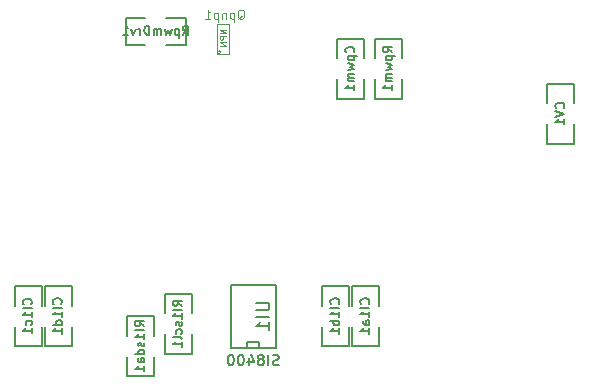
<source format=gbo>
G04 (created by PCBNEW (22-Jun-2014 BZR 4027)-stable) date Wed 30 Jul 2014 13:09:56 NZST*
%MOIN*%
G04 Gerber Fmt 3.4, Leading zero omitted, Abs format*
%FSLAX34Y34*%
G01*
G70*
G90*
G04 APERTURE LIST*
%ADD10C,0.00590551*%
%ADD11C,0.005*%
%ADD12C,0.0031*%
%ADD13C,0.006*%
%ADD14C,0.0047*%
%ADD15C,0.0039*%
G04 APERTURE END LIST*
G54D10*
G54D11*
X80800Y-64050D02*
X80750Y-64050D01*
X80750Y-64050D02*
X80750Y-61950D01*
X82250Y-61950D02*
X82250Y-64050D01*
X82250Y-64050D02*
X80800Y-64050D01*
X81700Y-64050D02*
X81700Y-63850D01*
X81700Y-63850D02*
X81300Y-63850D01*
X81300Y-63850D02*
X81300Y-64050D01*
X82250Y-61950D02*
X80750Y-61950D01*
X75450Y-64000D02*
X74550Y-64000D01*
X74550Y-64000D02*
X74550Y-63350D01*
X75450Y-62650D02*
X75450Y-62000D01*
X75450Y-62000D02*
X74550Y-62000D01*
X74550Y-62000D02*
X74550Y-62650D01*
X75450Y-63350D02*
X75450Y-64000D01*
X74450Y-64000D02*
X73550Y-64000D01*
X73550Y-64000D02*
X73550Y-63350D01*
X74450Y-62650D02*
X74450Y-62000D01*
X74450Y-62000D02*
X73550Y-62000D01*
X73550Y-62000D02*
X73550Y-62650D01*
X74450Y-63350D02*
X74450Y-64000D01*
X84700Y-64000D02*
X83800Y-64000D01*
X83800Y-64000D02*
X83800Y-63350D01*
X84700Y-62650D02*
X84700Y-62000D01*
X84700Y-62000D02*
X83800Y-62000D01*
X83800Y-62000D02*
X83800Y-62650D01*
X84700Y-63350D02*
X84700Y-64000D01*
X85700Y-64000D02*
X84800Y-64000D01*
X84800Y-64000D02*
X84800Y-63350D01*
X85700Y-62650D02*
X85700Y-62000D01*
X85700Y-62000D02*
X84800Y-62000D01*
X84800Y-62000D02*
X84800Y-62650D01*
X85700Y-63350D02*
X85700Y-64000D01*
G54D12*
X80424Y-54213D02*
G75*
G03X80424Y-54213I-62J0D01*
G74*
G01*
X80700Y-53250D02*
X80300Y-53250D01*
X80700Y-54275D02*
X80300Y-54275D01*
X80300Y-53250D02*
X80300Y-54275D01*
X80700Y-54275D02*
X80700Y-53250D01*
G54D11*
X77250Y-53950D02*
X77250Y-53050D01*
X77250Y-53050D02*
X77900Y-53050D01*
X78600Y-53950D02*
X79250Y-53950D01*
X79250Y-53950D02*
X79250Y-53050D01*
X79250Y-53050D02*
X78600Y-53050D01*
X77900Y-53950D02*
X77250Y-53950D01*
X91300Y-55250D02*
X92200Y-55250D01*
X92200Y-55250D02*
X92200Y-55900D01*
X91300Y-56600D02*
X91300Y-57250D01*
X91300Y-57250D02*
X92200Y-57250D01*
X92200Y-57250D02*
X92200Y-56600D01*
X91300Y-55900D02*
X91300Y-55250D01*
X84300Y-53750D02*
X85200Y-53750D01*
X85200Y-53750D02*
X85200Y-54400D01*
X84300Y-55100D02*
X84300Y-55750D01*
X84300Y-55750D02*
X85200Y-55750D01*
X85200Y-55750D02*
X85200Y-55100D01*
X84300Y-54400D02*
X84300Y-53750D01*
X85550Y-53750D02*
X86450Y-53750D01*
X86450Y-53750D02*
X86450Y-54400D01*
X85550Y-55100D02*
X85550Y-55750D01*
X85550Y-55750D02*
X86450Y-55750D01*
X86450Y-55750D02*
X86450Y-55100D01*
X85550Y-54400D02*
X85550Y-53750D01*
X79450Y-64250D02*
X78550Y-64250D01*
X78550Y-64250D02*
X78550Y-63600D01*
X79450Y-62900D02*
X79450Y-62250D01*
X79450Y-62250D02*
X78550Y-62250D01*
X78550Y-62250D02*
X78550Y-62900D01*
X79450Y-63600D02*
X79450Y-64250D01*
X78200Y-65000D02*
X77300Y-65000D01*
X77300Y-65000D02*
X77300Y-64350D01*
X78200Y-63650D02*
X78200Y-63000D01*
X78200Y-63000D02*
X77300Y-63000D01*
X77300Y-63000D02*
X77300Y-63650D01*
X78200Y-64350D02*
X78200Y-65000D01*
G54D13*
X81582Y-62550D02*
X81946Y-62550D01*
X81989Y-62571D01*
X82010Y-62592D01*
X82032Y-62635D01*
X82032Y-62721D01*
X82010Y-62764D01*
X81989Y-62785D01*
X81946Y-62807D01*
X81582Y-62807D01*
X82032Y-63021D02*
X81582Y-63021D01*
X82032Y-63471D02*
X82032Y-63214D01*
X82032Y-63342D02*
X81582Y-63342D01*
X81646Y-63300D01*
X81689Y-63257D01*
X81710Y-63214D01*
X82350Y-64625D02*
X82300Y-64641D01*
X82216Y-64641D01*
X82183Y-64625D01*
X82166Y-64608D01*
X82150Y-64575D01*
X82150Y-64541D01*
X82166Y-64508D01*
X82183Y-64491D01*
X82216Y-64475D01*
X82283Y-64458D01*
X82316Y-64441D01*
X82333Y-64425D01*
X82350Y-64391D01*
X82350Y-64358D01*
X82333Y-64325D01*
X82316Y-64308D01*
X82283Y-64291D01*
X82200Y-64291D01*
X82150Y-64308D01*
X82000Y-64641D02*
X82000Y-64291D01*
X81783Y-64441D02*
X81816Y-64425D01*
X81833Y-64408D01*
X81850Y-64375D01*
X81850Y-64358D01*
X81833Y-64325D01*
X81816Y-64308D01*
X81783Y-64291D01*
X81716Y-64291D01*
X81683Y-64308D01*
X81666Y-64325D01*
X81650Y-64358D01*
X81650Y-64375D01*
X81666Y-64408D01*
X81683Y-64425D01*
X81716Y-64441D01*
X81783Y-64441D01*
X81816Y-64458D01*
X81833Y-64475D01*
X81850Y-64508D01*
X81850Y-64575D01*
X81833Y-64608D01*
X81816Y-64625D01*
X81783Y-64641D01*
X81716Y-64641D01*
X81683Y-64625D01*
X81666Y-64608D01*
X81650Y-64575D01*
X81650Y-64508D01*
X81666Y-64475D01*
X81683Y-64458D01*
X81716Y-64441D01*
X81350Y-64408D02*
X81350Y-64641D01*
X81433Y-64275D02*
X81516Y-64525D01*
X81300Y-64525D01*
X81100Y-64291D02*
X81066Y-64291D01*
X81033Y-64308D01*
X81016Y-64325D01*
X81000Y-64358D01*
X80983Y-64425D01*
X80983Y-64508D01*
X81000Y-64575D01*
X81016Y-64608D01*
X81033Y-64625D01*
X81066Y-64641D01*
X81100Y-64641D01*
X81133Y-64625D01*
X81150Y-64608D01*
X81166Y-64575D01*
X81183Y-64508D01*
X81183Y-64425D01*
X81166Y-64358D01*
X81150Y-64325D01*
X81133Y-64308D01*
X81100Y-64291D01*
X80766Y-64291D02*
X80733Y-64291D01*
X80700Y-64308D01*
X80683Y-64325D01*
X80666Y-64358D01*
X80650Y-64425D01*
X80650Y-64508D01*
X80666Y-64575D01*
X80683Y-64608D01*
X80700Y-64625D01*
X80733Y-64641D01*
X80766Y-64641D01*
X80800Y-64625D01*
X80816Y-64608D01*
X80833Y-64575D01*
X80850Y-64508D01*
X80850Y-64425D01*
X80833Y-64358D01*
X80816Y-64325D01*
X80800Y-64308D01*
X80766Y-64291D01*
G54D11*
X75092Y-62600D02*
X75107Y-62585D01*
X75121Y-62542D01*
X75121Y-62514D01*
X75107Y-62471D01*
X75078Y-62442D01*
X75050Y-62428D01*
X74992Y-62414D01*
X74950Y-62414D01*
X74892Y-62428D01*
X74864Y-62442D01*
X74835Y-62471D01*
X74821Y-62514D01*
X74821Y-62542D01*
X74835Y-62585D01*
X74850Y-62600D01*
X75121Y-62728D02*
X74821Y-62728D01*
X75121Y-63028D02*
X75121Y-62857D01*
X75121Y-62942D02*
X74821Y-62942D01*
X74864Y-62914D01*
X74892Y-62885D01*
X74907Y-62857D01*
X75121Y-63285D02*
X74821Y-63285D01*
X75107Y-63285D02*
X75121Y-63257D01*
X75121Y-63200D01*
X75107Y-63171D01*
X75092Y-63157D01*
X75064Y-63142D01*
X74978Y-63142D01*
X74950Y-63157D01*
X74935Y-63171D01*
X74921Y-63200D01*
X74921Y-63257D01*
X74935Y-63285D01*
X75121Y-63585D02*
X75121Y-63414D01*
X75121Y-63500D02*
X74821Y-63500D01*
X74864Y-63471D01*
X74892Y-63442D01*
X74907Y-63414D01*
X74092Y-62607D02*
X74107Y-62592D01*
X74121Y-62550D01*
X74121Y-62521D01*
X74107Y-62478D01*
X74078Y-62450D01*
X74050Y-62435D01*
X73992Y-62421D01*
X73950Y-62421D01*
X73892Y-62435D01*
X73864Y-62450D01*
X73835Y-62478D01*
X73821Y-62521D01*
X73821Y-62550D01*
X73835Y-62592D01*
X73850Y-62607D01*
X74121Y-62735D02*
X73821Y-62735D01*
X74121Y-63035D02*
X74121Y-62864D01*
X74121Y-62950D02*
X73821Y-62950D01*
X73864Y-62921D01*
X73892Y-62892D01*
X73907Y-62864D01*
X74107Y-63292D02*
X74121Y-63264D01*
X74121Y-63207D01*
X74107Y-63178D01*
X74092Y-63164D01*
X74064Y-63150D01*
X73978Y-63150D01*
X73950Y-63164D01*
X73935Y-63178D01*
X73921Y-63207D01*
X73921Y-63264D01*
X73935Y-63292D01*
X74121Y-63578D02*
X74121Y-63407D01*
X74121Y-63492D02*
X73821Y-63492D01*
X73864Y-63464D01*
X73892Y-63435D01*
X73907Y-63407D01*
X84342Y-62600D02*
X84357Y-62585D01*
X84371Y-62542D01*
X84371Y-62514D01*
X84357Y-62471D01*
X84328Y-62442D01*
X84300Y-62428D01*
X84242Y-62414D01*
X84200Y-62414D01*
X84142Y-62428D01*
X84114Y-62442D01*
X84085Y-62471D01*
X84071Y-62514D01*
X84071Y-62542D01*
X84085Y-62585D01*
X84100Y-62600D01*
X84371Y-62728D02*
X84071Y-62728D01*
X84371Y-63028D02*
X84371Y-62857D01*
X84371Y-62942D02*
X84071Y-62942D01*
X84114Y-62914D01*
X84142Y-62885D01*
X84157Y-62857D01*
X84371Y-63157D02*
X84071Y-63157D01*
X84185Y-63157D02*
X84171Y-63185D01*
X84171Y-63242D01*
X84185Y-63271D01*
X84200Y-63285D01*
X84228Y-63300D01*
X84314Y-63300D01*
X84342Y-63285D01*
X84357Y-63271D01*
X84371Y-63242D01*
X84371Y-63185D01*
X84357Y-63157D01*
X84371Y-63585D02*
X84371Y-63414D01*
X84371Y-63500D02*
X84071Y-63500D01*
X84114Y-63471D01*
X84142Y-63442D01*
X84157Y-63414D01*
X85342Y-62600D02*
X85357Y-62585D01*
X85371Y-62542D01*
X85371Y-62514D01*
X85357Y-62471D01*
X85328Y-62442D01*
X85300Y-62428D01*
X85242Y-62414D01*
X85200Y-62414D01*
X85142Y-62428D01*
X85114Y-62442D01*
X85085Y-62471D01*
X85071Y-62514D01*
X85071Y-62542D01*
X85085Y-62585D01*
X85100Y-62600D01*
X85371Y-62728D02*
X85071Y-62728D01*
X85371Y-63028D02*
X85371Y-62857D01*
X85371Y-62942D02*
X85071Y-62942D01*
X85114Y-62914D01*
X85142Y-62885D01*
X85157Y-62857D01*
X85371Y-63285D02*
X85214Y-63285D01*
X85185Y-63271D01*
X85171Y-63242D01*
X85171Y-63185D01*
X85185Y-63157D01*
X85357Y-63285D02*
X85371Y-63257D01*
X85371Y-63185D01*
X85357Y-63157D01*
X85328Y-63142D01*
X85300Y-63142D01*
X85271Y-63157D01*
X85257Y-63185D01*
X85257Y-63257D01*
X85242Y-63285D01*
X85371Y-63585D02*
X85371Y-63414D01*
X85371Y-63500D02*
X85071Y-63500D01*
X85114Y-63471D01*
X85142Y-63442D01*
X85157Y-63414D01*
G54D14*
X80974Y-53113D02*
X81003Y-53098D01*
X81031Y-53070D01*
X81074Y-53027D01*
X81103Y-53013D01*
X81131Y-53013D01*
X81117Y-53084D02*
X81146Y-53070D01*
X81174Y-53041D01*
X81189Y-52984D01*
X81189Y-52884D01*
X81174Y-52827D01*
X81146Y-52798D01*
X81117Y-52784D01*
X81060Y-52784D01*
X81031Y-52798D01*
X81003Y-52827D01*
X80989Y-52884D01*
X80989Y-52984D01*
X81003Y-53041D01*
X81031Y-53070D01*
X81060Y-53084D01*
X81117Y-53084D01*
X80860Y-52884D02*
X80860Y-53184D01*
X80860Y-52898D02*
X80831Y-52884D01*
X80774Y-52884D01*
X80746Y-52898D01*
X80731Y-52913D01*
X80717Y-52941D01*
X80717Y-53027D01*
X80731Y-53055D01*
X80746Y-53070D01*
X80774Y-53084D01*
X80831Y-53084D01*
X80860Y-53070D01*
X80588Y-52884D02*
X80588Y-53084D01*
X80588Y-52913D02*
X80574Y-52898D01*
X80546Y-52884D01*
X80503Y-52884D01*
X80474Y-52898D01*
X80460Y-52927D01*
X80460Y-53084D01*
X80317Y-52884D02*
X80317Y-53184D01*
X80317Y-52898D02*
X80288Y-52884D01*
X80231Y-52884D01*
X80203Y-52898D01*
X80188Y-52913D01*
X80174Y-52941D01*
X80174Y-53027D01*
X80188Y-53055D01*
X80203Y-53070D01*
X80231Y-53084D01*
X80288Y-53084D01*
X80317Y-53070D01*
X79888Y-53084D02*
X80060Y-53084D01*
X79974Y-53084D02*
X79974Y-52784D01*
X80003Y-52827D01*
X80031Y-52855D01*
X80060Y-52870D01*
G54D15*
X80579Y-53467D02*
X80382Y-53467D01*
X80579Y-53579D01*
X80382Y-53579D01*
X80579Y-53673D02*
X80382Y-53673D01*
X80382Y-53748D01*
X80392Y-53767D01*
X80401Y-53776D01*
X80420Y-53785D01*
X80448Y-53785D01*
X80467Y-53776D01*
X80476Y-53767D01*
X80485Y-53748D01*
X80485Y-53673D01*
X80579Y-53870D02*
X80382Y-53870D01*
X80579Y-53982D01*
X80382Y-53982D01*
G54D11*
X79150Y-53621D02*
X79250Y-53478D01*
X79321Y-53621D02*
X79321Y-53321D01*
X79207Y-53321D01*
X79178Y-53335D01*
X79164Y-53350D01*
X79150Y-53378D01*
X79150Y-53421D01*
X79164Y-53450D01*
X79178Y-53464D01*
X79207Y-53478D01*
X79321Y-53478D01*
X79021Y-53421D02*
X79021Y-53721D01*
X79021Y-53435D02*
X78992Y-53421D01*
X78935Y-53421D01*
X78907Y-53435D01*
X78892Y-53450D01*
X78878Y-53478D01*
X78878Y-53564D01*
X78892Y-53592D01*
X78907Y-53607D01*
X78935Y-53621D01*
X78992Y-53621D01*
X79021Y-53607D01*
X78778Y-53421D02*
X78721Y-53621D01*
X78664Y-53478D01*
X78607Y-53621D01*
X78549Y-53421D01*
X78435Y-53621D02*
X78435Y-53421D01*
X78435Y-53450D02*
X78421Y-53435D01*
X78392Y-53421D01*
X78349Y-53421D01*
X78321Y-53435D01*
X78307Y-53464D01*
X78307Y-53621D01*
X78307Y-53464D02*
X78292Y-53435D01*
X78264Y-53421D01*
X78221Y-53421D01*
X78192Y-53435D01*
X78178Y-53464D01*
X78178Y-53621D01*
X78035Y-53621D02*
X78035Y-53321D01*
X77964Y-53321D01*
X77921Y-53335D01*
X77892Y-53364D01*
X77878Y-53392D01*
X77864Y-53450D01*
X77864Y-53492D01*
X77878Y-53550D01*
X77892Y-53578D01*
X77921Y-53607D01*
X77964Y-53621D01*
X78035Y-53621D01*
X77735Y-53621D02*
X77735Y-53421D01*
X77735Y-53478D02*
X77721Y-53450D01*
X77707Y-53435D01*
X77678Y-53421D01*
X77649Y-53421D01*
X77578Y-53421D02*
X77507Y-53621D01*
X77435Y-53421D01*
X77164Y-53621D02*
X77335Y-53621D01*
X77250Y-53621D02*
X77250Y-53321D01*
X77278Y-53364D01*
X77307Y-53392D01*
X77335Y-53407D01*
X91842Y-56071D02*
X91857Y-56057D01*
X91871Y-56014D01*
X91871Y-55985D01*
X91857Y-55942D01*
X91828Y-55914D01*
X91800Y-55900D01*
X91742Y-55885D01*
X91700Y-55885D01*
X91642Y-55900D01*
X91614Y-55914D01*
X91585Y-55942D01*
X91571Y-55985D01*
X91571Y-56014D01*
X91585Y-56057D01*
X91600Y-56071D01*
X91571Y-56157D02*
X91871Y-56257D01*
X91571Y-56357D01*
X91871Y-56614D02*
X91871Y-56442D01*
X91871Y-56528D02*
X91571Y-56528D01*
X91614Y-56500D01*
X91642Y-56471D01*
X91657Y-56442D01*
X84842Y-54207D02*
X84857Y-54192D01*
X84871Y-54150D01*
X84871Y-54121D01*
X84857Y-54078D01*
X84828Y-54050D01*
X84800Y-54035D01*
X84742Y-54021D01*
X84700Y-54021D01*
X84642Y-54035D01*
X84614Y-54050D01*
X84585Y-54078D01*
X84571Y-54121D01*
X84571Y-54150D01*
X84585Y-54192D01*
X84600Y-54207D01*
X84671Y-54335D02*
X84971Y-54335D01*
X84685Y-54335D02*
X84671Y-54364D01*
X84671Y-54421D01*
X84685Y-54450D01*
X84700Y-54464D01*
X84728Y-54478D01*
X84814Y-54478D01*
X84842Y-54464D01*
X84857Y-54450D01*
X84871Y-54421D01*
X84871Y-54364D01*
X84857Y-54335D01*
X84671Y-54578D02*
X84871Y-54635D01*
X84728Y-54692D01*
X84871Y-54750D01*
X84671Y-54807D01*
X84871Y-54921D02*
X84671Y-54921D01*
X84700Y-54921D02*
X84685Y-54935D01*
X84671Y-54964D01*
X84671Y-55007D01*
X84685Y-55035D01*
X84714Y-55050D01*
X84871Y-55050D01*
X84714Y-55050D02*
X84685Y-55064D01*
X84671Y-55092D01*
X84671Y-55135D01*
X84685Y-55164D01*
X84714Y-55178D01*
X84871Y-55178D01*
X84871Y-55478D02*
X84871Y-55307D01*
X84871Y-55392D02*
X84571Y-55392D01*
X84614Y-55364D01*
X84642Y-55335D01*
X84657Y-55307D01*
X86121Y-54207D02*
X85978Y-54107D01*
X86121Y-54035D02*
X85821Y-54035D01*
X85821Y-54150D01*
X85835Y-54178D01*
X85850Y-54192D01*
X85878Y-54207D01*
X85921Y-54207D01*
X85950Y-54192D01*
X85964Y-54178D01*
X85978Y-54150D01*
X85978Y-54035D01*
X85921Y-54335D02*
X86221Y-54335D01*
X85935Y-54335D02*
X85921Y-54364D01*
X85921Y-54421D01*
X85935Y-54450D01*
X85950Y-54464D01*
X85978Y-54478D01*
X86064Y-54478D01*
X86092Y-54464D01*
X86107Y-54450D01*
X86121Y-54421D01*
X86121Y-54364D01*
X86107Y-54335D01*
X85921Y-54578D02*
X86121Y-54635D01*
X85978Y-54692D01*
X86121Y-54750D01*
X85921Y-54807D01*
X86121Y-54921D02*
X85921Y-54921D01*
X85950Y-54921D02*
X85935Y-54935D01*
X85921Y-54964D01*
X85921Y-55007D01*
X85935Y-55035D01*
X85964Y-55050D01*
X86121Y-55050D01*
X85964Y-55050D02*
X85935Y-55064D01*
X85921Y-55092D01*
X85921Y-55135D01*
X85935Y-55164D01*
X85964Y-55178D01*
X86121Y-55178D01*
X86121Y-55478D02*
X86121Y-55307D01*
X86121Y-55392D02*
X85821Y-55392D01*
X85864Y-55364D01*
X85892Y-55335D01*
X85907Y-55307D01*
X79121Y-62657D02*
X78978Y-62557D01*
X79121Y-62485D02*
X78821Y-62485D01*
X78821Y-62600D01*
X78835Y-62628D01*
X78850Y-62642D01*
X78878Y-62657D01*
X78921Y-62657D01*
X78950Y-62642D01*
X78964Y-62628D01*
X78978Y-62600D01*
X78978Y-62485D01*
X79121Y-62785D02*
X78821Y-62785D01*
X79121Y-63085D02*
X79121Y-62914D01*
X79121Y-63000D02*
X78821Y-63000D01*
X78864Y-62971D01*
X78892Y-62942D01*
X78907Y-62914D01*
X79107Y-63200D02*
X79121Y-63228D01*
X79121Y-63285D01*
X79107Y-63314D01*
X79078Y-63328D01*
X79064Y-63328D01*
X79035Y-63314D01*
X79021Y-63285D01*
X79021Y-63242D01*
X79007Y-63214D01*
X78978Y-63200D01*
X78964Y-63200D01*
X78935Y-63214D01*
X78921Y-63242D01*
X78921Y-63285D01*
X78935Y-63314D01*
X79107Y-63585D02*
X79121Y-63557D01*
X79121Y-63500D01*
X79107Y-63471D01*
X79092Y-63457D01*
X79064Y-63442D01*
X78978Y-63442D01*
X78950Y-63457D01*
X78935Y-63471D01*
X78921Y-63500D01*
X78921Y-63557D01*
X78935Y-63585D01*
X79121Y-63757D02*
X79107Y-63728D01*
X79078Y-63714D01*
X78821Y-63714D01*
X79121Y-64028D02*
X79121Y-63857D01*
X79121Y-63942D02*
X78821Y-63942D01*
X78864Y-63914D01*
X78892Y-63885D01*
X78907Y-63857D01*
X77871Y-63342D02*
X77728Y-63242D01*
X77871Y-63171D02*
X77571Y-63171D01*
X77571Y-63285D01*
X77585Y-63314D01*
X77600Y-63328D01*
X77628Y-63342D01*
X77671Y-63342D01*
X77700Y-63328D01*
X77714Y-63314D01*
X77728Y-63285D01*
X77728Y-63171D01*
X77871Y-63471D02*
X77571Y-63471D01*
X77871Y-63771D02*
X77871Y-63600D01*
X77871Y-63685D02*
X77571Y-63685D01*
X77614Y-63657D01*
X77642Y-63628D01*
X77657Y-63600D01*
X77857Y-63885D02*
X77871Y-63914D01*
X77871Y-63971D01*
X77857Y-64000D01*
X77828Y-64014D01*
X77814Y-64014D01*
X77785Y-64000D01*
X77771Y-63971D01*
X77771Y-63928D01*
X77757Y-63900D01*
X77728Y-63885D01*
X77714Y-63885D01*
X77685Y-63900D01*
X77671Y-63928D01*
X77671Y-63971D01*
X77685Y-64000D01*
X77871Y-64271D02*
X77571Y-64271D01*
X77857Y-64271D02*
X77871Y-64242D01*
X77871Y-64185D01*
X77857Y-64157D01*
X77842Y-64142D01*
X77814Y-64128D01*
X77728Y-64128D01*
X77700Y-64142D01*
X77685Y-64157D01*
X77671Y-64185D01*
X77671Y-64242D01*
X77685Y-64271D01*
X77871Y-64542D02*
X77714Y-64542D01*
X77685Y-64528D01*
X77671Y-64500D01*
X77671Y-64442D01*
X77685Y-64414D01*
X77857Y-64542D02*
X77871Y-64514D01*
X77871Y-64442D01*
X77857Y-64414D01*
X77828Y-64400D01*
X77800Y-64400D01*
X77771Y-64414D01*
X77757Y-64442D01*
X77757Y-64514D01*
X77742Y-64542D01*
X77871Y-64842D02*
X77871Y-64671D01*
X77871Y-64757D02*
X77571Y-64757D01*
X77614Y-64728D01*
X77642Y-64700D01*
X77657Y-64671D01*
M02*

</source>
